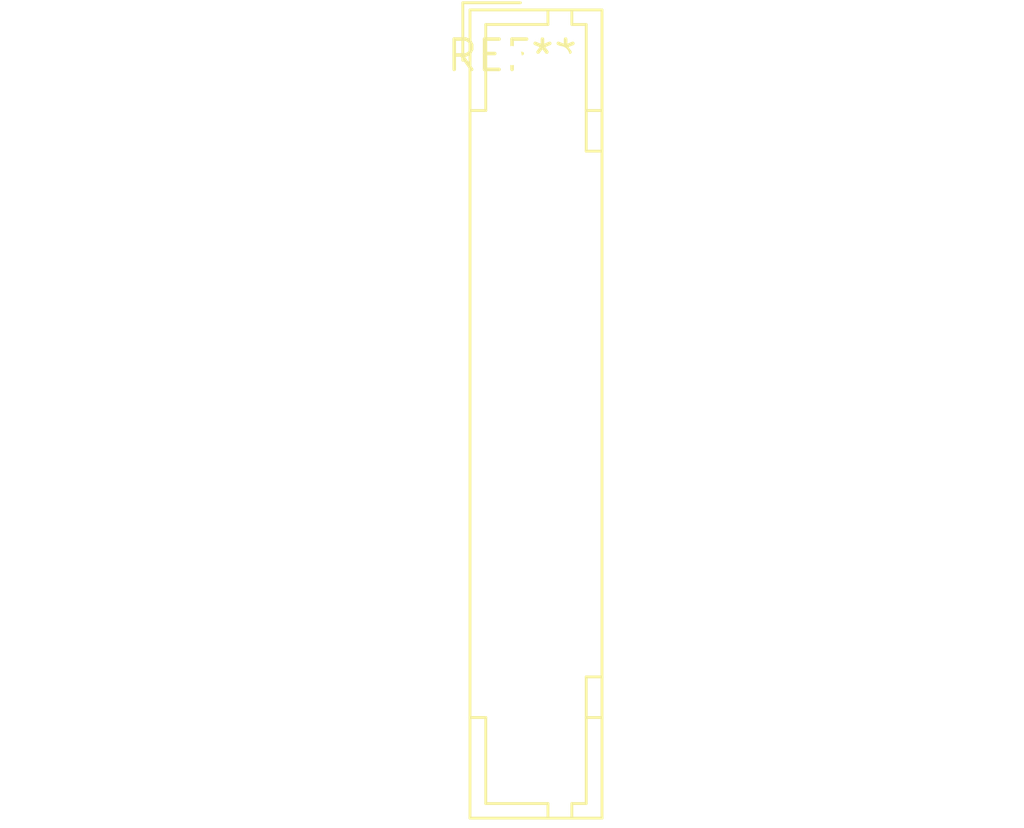
<source format=kicad_pcb>
(kicad_pcb (version 20240108) (generator pcbnew)
  (layers (0 "F.Cu" signal) (31 "B.Cu" signal) (34 "B.Paste" user) (35 "F.Paste" user) (36 "B.SilkS" user "B.Silkscreen") (37 "F.SilkS" user "F.Silkscreen") (38 "B.Mask" user) (39 "F.Mask" user) (44 "Edge.Cuts" user))
  (net 0 "")
  (footprint "JAE_LY20-32P-DT1_2x16_P2.00mm_Vertical" (layer "F.Cu") (at 0 0)
    (property "Reference" "REF**")
    (property "Value" "JAE_LY20-32P-DT1_2x16_P2.00mm_Vertical")
    (fp_line (start -2.06 -2.21) (end -2.06 0.2) (layer "F.SilkS") (stroke (width 0.12)))
    (fp_line (start -1.76 -1.91) (end -1.76 31.91) (layer "F.SilkS") (stroke (width 0.12)))
    (fp_line (start -1.76 31.91) (end 3.76 31.91) (layer "F.SilkS") (stroke (width 0.12)))
    (fp_line (start -1.1 -1.3) (end -1.1 2.3) (layer "F.SilkS") (stroke (width 0.12)))
    (fp_line (start -1.1 2.3) (end -1.76 2.3) (layer "F.SilkS") (stroke (width 0.12)))
    (fp_line (start -1.1 27.7) (end -1.76 27.7) (layer "F.SilkS") (stroke (width 0.12)))
    (fp_line (start -1.1 31.3) (end -1.1 27.7) (layer "F.SilkS") (stroke (width 0.12)))
    (fp_line (start 0.35 -2.21) (end -2.06 -2.21) (layer "F.SilkS") (stroke (width 0.12)))
    (fp_line (start 1.5 -1.91) (end 1.5 -1.3) (layer "F.SilkS") (stroke (width 0.12)))
    (fp_line (start 1.5 -1.3) (end -1.1 -1.3) (layer "F.SilkS") (stroke (width 0.12)))
    (fp_line (start 1.5 31.3) (end -1.1 31.3) (layer "F.SilkS") (stroke (width 0.12)))
    (fp_line (start 1.5 31.91) (end 1.5 31.3) (layer "F.SilkS") (stroke (width 0.12)))
    (fp_line (start 2.5 -1.91) (end 2.5 -1.3) (layer "F.SilkS") (stroke (width 0.12)))
    (fp_line (start 2.5 -1.3) (end 3.1 -1.3) (layer "F.SilkS") (stroke (width 0.12)))
    (fp_line (start 2.5 31.3) (end 3.1 31.3) (layer "F.SilkS") (stroke (width 0.12)))
    (fp_line (start 2.5 31.91) (end 2.5 31.3) (layer "F.SilkS") (stroke (width 0.12)))
    (fp_line (start 3.1 -1.3) (end 3.1 4) (layer "F.SilkS") (stroke (width 0.12)))
    (fp_line (start 3.1 4) (end 3.76 4) (layer "F.SilkS") (stroke (width 0.12)))
    (fp_line (start 3.1 26) (end 3.76 26) (layer "F.SilkS") (stroke (width 0.12)))
    (fp_line (start 3.1 31.3) (end 3.1 26) (layer "F.SilkS") (stroke (width 0.12)))
    (fp_line (start 3.76 -1.91) (end -1.76 -1.91) (layer "F.SilkS") (stroke (width 0.12)))
    (fp_line (start 3.76 2.3) (end 3.1 2.3) (layer "F.SilkS") (stroke (width 0.12)))
    (fp_line (start 3.76 27.7) (end 3.1 27.7) (layer "F.SilkS") (stroke (width 0.12)))
    (fp_line (start 3.76 31.91) (end 3.76 -1.91) (layer "F.SilkS") (stroke (width 0.12)))
    (pad "a1" thru_hole roundrect (at 0 0) (size 1.2 1.2) (drill 0.8) (layers *.Cu *.Mask) (remove_unused_layers) (roundrect_rratio 0.208333))
    (pad "a2" thru_hole circle (at 0 2) (size 1.2 1.2) (drill 0.8) (layers *.Cu *.Mask) (remove_unused_layers))
    (pad "a3" thru_hole circle (at 0 4) (size 1.2 1.2) (drill 0.8) (layers *.Cu *.Mask) (remove_unused_layers))
    (pad "a4" thru_hole circle (at 0 6) (size 1.2 1.2) (drill 0.8) (layers *.Cu *.Mask) (remove_unused_layers))
    (pad "a5" thru_hole circle (at 0 8) (size 1.2 1.2) (drill 0.8) (layers *.Cu *.Mask) (remove_unused_layers))
    (pad "a6" thru_hole circle (at 0 10) (size 1.2 1.2) (drill 0.8) (layers *.Cu *.Mask) (remove_unused_layers))
    (pad "a7" thru_hole circle (at 0 12) (size 1.2 1.2) (drill 0.8) (layers *.Cu *.Mask) (remove_unused_layers))
    (pad "a8" thru_hole circle (at 0 14) (size 1.2 1.2) (drill 0.8) (layers *.Cu *.Mask) (remove_unused_layers))
    (pad "a9" thru_hole circle (at 0 16) (size 1.2 1.2) (drill 0.8) (layers *.Cu *.Mask) (remove_unused_layers))
    (pad "a10" thru_hole circle (at 0 18) (size 1.2 1.2) (drill 0.8) (layers *.Cu *.Mask) (remove_unused_layers))
    (pad "a11" thru_hole circle (at 0 20) (size 1.2 1.2) (drill 0.8) (layers *.Cu *.Mask) (remove_unused_layers))
    (pad "a12" thru_hole circle (at 0 22) (size 1.2 1.2) (drill 0.8) (layers *.Cu *.Mask) (remove_unused_layers))
    (pad "a13" thru_hole circle (at 0 24) (size 1.2 1.2) (drill 0.8) (layers *.Cu *.Mask) (remove_unused_layers))
    (pad "a14" thru_hole circle (at 0 26) (size 1.2 1.2) (drill 0.8) (layers *.Cu *.Mask) (remove_unused_layers))
    (pad "a15" thru_hole circle (at 0 28) (size 1.2 1.2) (drill 0.8) (layers *.Cu *.Mask) (remove_unused_layers))
    (pad "a16" thru_hole circle (at 0 30) (size 1.2 1.2) (drill 0.8) (layers *.Cu *.Mask) (remove_unused_layers))
    (pad "b1" thru_hole circle (at 2 0) (size 1.2 1.2) (drill 0.8) (layers *.Cu *.Mask) (remove_unused_layers))
    (pad "b2" thru_hole circle (at 2 2) (size 1.2 1.2) (drill 0.8) (layers *.Cu *.Mask) (remove_unused_layers))
    (pad "b3" thru_hole circle (at 2 4) (size 1.2 1.2) (drill 0.8) (layers *.Cu *.Mask) (remove_unused_layers))
    (pad "b4" thru_hole circle (at 2 6) (size 1.2 1.2) (drill 0.8) (layers *.Cu *.Mask) (remove_unused_layers))
    (pad "b5" thru_hole circle (at 2 8) (size 1.2 1.2) (drill 0.8) (layers *.Cu *.Mask) (remove_unused_layers))
    (pad "b6" thru_hole circle (at 2 10) (size 1.2 1.2) (drill 0.8) (layers *.Cu *.Mask) (remove_unused_layers))
    (pad "b7" thru_hole circle (at 2 12) (size 1.2 1.2) (drill 0.8) (layers *.Cu *.Mask) (remove_unused_layers))
    (pad "b8" thru_hole circle (at 2 14) (size 1.2 1.2) (drill 0.8) (layers *.Cu *.Mask) (remove_unused_layers))
    (pad "b9" thru_hole circle (at 2 16) (size 1.2 1.2) (drill 0.8) (layers *.Cu *.Mask) (remove_unused_layers))
    (pad "b10" thru_hole circle (at 2 18) (size 1.2 1.2) (drill 0.8) (layers *.Cu *.Mask) (remove_unused_layers))
    (pad "b11" thru_hole circle (at 2 20) (size 1.2 1.2) (drill 0.8) (layers *.Cu *.Mask) (remove_unused_layers))
    (pad "b12" thru_hole circle (at 2 22) (size 1.2 1.2) (drill 0.8) (layers *.Cu *.Mask) (remove_unused_layers))
    (pad "b13" thru_hole circle (at 2 24) (size 1.2 1.2) (drill 0.8) (layers *.Cu *.Mask) (remove_unused_layers))
    (pad "b14" thru_hole circle (at 2 26) (size 1.2 1.2) (drill 0.8) (layers *.Cu *.Mask) (remove_unused_layers))
    (pad "b15" thru_hole circle (at 2 28) (size 1.2 1.2) (drill 0.8) (layers *.Cu *.Mask) (remove_unused_layers))
    (pad "b16" thru_hole circle (at 2 30) (size 1.2 1.2) (drill 0.8) (layers *.Cu *.Mask) (remove_unused_layers))
  )
)
</source>
